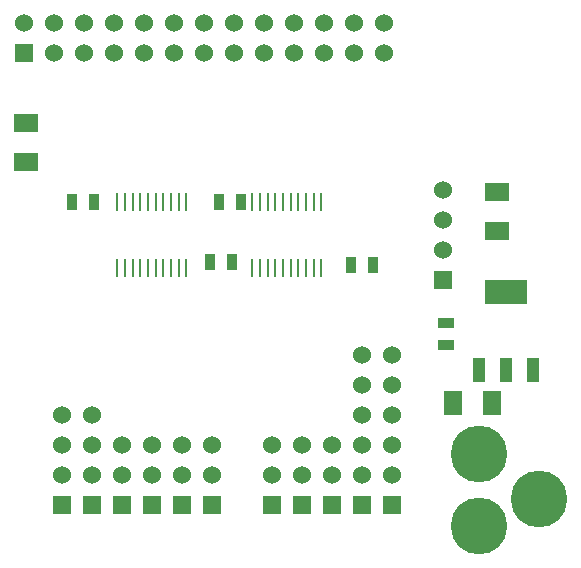
<source format=gts>
G04 (created by PCBNEW (2013-04-19 BZR 4011)-stable) date 30/06/2014 16:58:49*
%MOIN*%
G04 Gerber Fmt 3.4, Leading zero omitted, Abs format*
%FSLAX34Y34*%
G01*
G70*
G90*
G04 APERTURE LIST*
%ADD10C,0*%
%ADD11R,0.06X0.06*%
%ADD12C,0.06*%
%ADD13R,0.08X0.06*%
%ADD14R,0.00984252X0.0610236*%
%ADD15R,0.144X0.08*%
%ADD16R,0.04X0.08*%
%ADD17R,0.06X0.08*%
%ADD18C,0.189*%
%ADD19R,0.055X0.035*%
%ADD20R,0.035X0.055*%
G04 APERTURE END LIST*
G54D10*
G54D11*
X728Y-1917D03*
G54D12*
X728Y-917D03*
X1728Y-1917D03*
X1728Y-917D03*
X2728Y-1917D03*
X2728Y-917D03*
X3728Y-1917D03*
X3728Y-917D03*
X4728Y-1917D03*
X4728Y-917D03*
X5728Y-1917D03*
X5728Y-917D03*
X6728Y-1917D03*
X6728Y-917D03*
X7728Y-1917D03*
X7728Y-917D03*
X8728Y-1917D03*
X8728Y-917D03*
X9728Y-1917D03*
X9728Y-917D03*
X10728Y-1917D03*
X10728Y-917D03*
X11728Y-1917D03*
X11728Y-917D03*
X12728Y-1917D03*
X12728Y-917D03*
G54D11*
X3000Y-17000D03*
G54D12*
X3000Y-16000D03*
X3000Y-15000D03*
X3000Y-14000D03*
G54D11*
X4000Y-17000D03*
G54D12*
X4000Y-16000D03*
X4000Y-15000D03*
G54D11*
X6000Y-17000D03*
G54D12*
X6000Y-16000D03*
X6000Y-15000D03*
G54D11*
X9000Y-17000D03*
G54D12*
X9000Y-16000D03*
X9000Y-15000D03*
G54D11*
X11000Y-17000D03*
G54D12*
X11000Y-16000D03*
X11000Y-15000D03*
G54D11*
X7000Y-17000D03*
G54D12*
X7000Y-16000D03*
X7000Y-15000D03*
G54D11*
X10000Y-17000D03*
G54D12*
X10000Y-16000D03*
X10000Y-15000D03*
G54D11*
X13000Y-17000D03*
G54D12*
X13000Y-16000D03*
X13000Y-15000D03*
X13000Y-14000D03*
X13000Y-13000D03*
X13000Y-12000D03*
G54D13*
X16500Y-7850D03*
X16500Y-6550D03*
G54D11*
X2000Y-17000D03*
G54D12*
X2000Y-16000D03*
X2000Y-15000D03*
X2000Y-14000D03*
G54D11*
X5000Y-17000D03*
G54D12*
X5000Y-16000D03*
X5000Y-15000D03*
G54D11*
X12000Y-17000D03*
G54D12*
X12000Y-16000D03*
X12000Y-15000D03*
X12000Y-14000D03*
X12000Y-13000D03*
X12000Y-12000D03*
G54D14*
X8338Y-9102D03*
X8604Y-9102D03*
X8860Y-9102D03*
X9116Y-9102D03*
X9372Y-9102D03*
X9627Y-9102D03*
X9883Y-9102D03*
X10139Y-9102D03*
X10395Y-9102D03*
X10651Y-9102D03*
X10651Y-6897D03*
X10395Y-6897D03*
X10139Y-6897D03*
X9883Y-6897D03*
X9627Y-6897D03*
X9372Y-6897D03*
X9116Y-6897D03*
X8860Y-6897D03*
X8604Y-6897D03*
X8348Y-6897D03*
X3838Y-9102D03*
X4104Y-9102D03*
X4360Y-9102D03*
X4616Y-9102D03*
X4872Y-9102D03*
X5127Y-9102D03*
X5383Y-9102D03*
X5639Y-9102D03*
X5895Y-9102D03*
X6151Y-9102D03*
X6151Y-6897D03*
X5895Y-6897D03*
X5639Y-6897D03*
X5383Y-6897D03*
X5127Y-6897D03*
X4872Y-6897D03*
X4616Y-6897D03*
X4360Y-6897D03*
X4104Y-6897D03*
X3848Y-6897D03*
G54D15*
X16800Y-9900D03*
G54D16*
X16800Y-12500D03*
X17700Y-12500D03*
X15900Y-12500D03*
G54D17*
X16350Y-13600D03*
X15050Y-13600D03*
G54D13*
X800Y-4250D03*
X800Y-5550D03*
G54D11*
X14700Y-9500D03*
G54D12*
X14700Y-8500D03*
X14700Y-7500D03*
X14700Y-6500D03*
G54D18*
X15900Y-17700D03*
X15900Y-15300D03*
X17900Y-16800D03*
G54D19*
X14800Y-10925D03*
X14800Y-11675D03*
G54D20*
X7975Y-6900D03*
X7225Y-6900D03*
X3075Y-6900D03*
X2325Y-6900D03*
X12375Y-9000D03*
X11625Y-9000D03*
X7675Y-8900D03*
X6925Y-8900D03*
M02*

</source>
